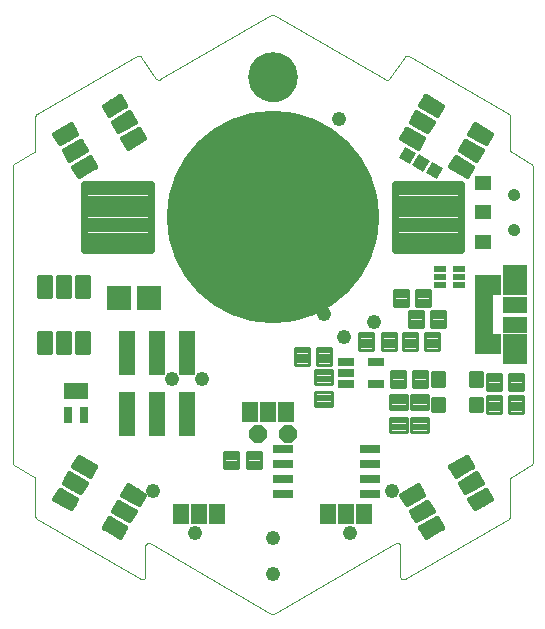
<source format=gbs>
G75*
%MOIN*%
%OFA0B0*%
%FSLAX24Y24*%
%IPPOS*%
%LPD*%
%AMOC8*
5,1,8,0,0,1.08239X$1,22.5*
%
%ADD10C,0.0000*%
%ADD11C,0.1655*%
%ADD12OC8,0.0600*%
%ADD13C,0.0114*%
%ADD14R,0.0552X0.0297*%
%ADD15R,0.0395X0.0237*%
%ADD16C,0.7087*%
%ADD17C,0.4017*%
%ADD18C,0.0247*%
%ADD19R,0.0789X0.0789*%
%ADD20R,0.0623X0.0257*%
%ADD21R,0.0907X0.0661*%
%ADD22R,0.0828X0.1015*%
%ADD23R,0.0828X0.0543*%
%ADD24R,0.0540X0.0710*%
%ADD25R,0.0690X0.0290*%
%ADD26C,0.0095*%
%ADD27R,0.0580X0.1482*%
%ADD28R,0.0260X0.0540*%
%ADD29C,0.0154*%
%ADD30R,0.0434X0.0434*%
%ADD31R,0.0552X0.0474*%
%ADD32C,0.0415*%
%ADD33C,0.0490*%
D10*
X000950Y003328D02*
X004410Y001330D01*
X004427Y001322D01*
X004446Y001318D01*
X004465Y001317D01*
X004484Y001320D01*
X004502Y001326D01*
X004518Y001336D01*
X004532Y001348D01*
X004544Y001363D01*
X004553Y001380D01*
X004558Y001398D01*
X004560Y001417D01*
X004560Y002431D01*
X004562Y002450D01*
X004567Y002468D01*
X004576Y002485D01*
X004588Y002500D01*
X004602Y002512D01*
X004618Y002522D01*
X004636Y002528D01*
X004655Y002531D01*
X004674Y002530D01*
X004693Y002525D01*
X004710Y002518D01*
X004710Y002517D02*
X008760Y000179D01*
X008760Y000178D02*
X008776Y000171D01*
X008793Y000167D01*
X008810Y000165D01*
X008827Y000167D01*
X008844Y000171D01*
X008860Y000178D01*
X008860Y000179D02*
X012911Y002517D01*
X012911Y002518D02*
X012928Y002526D01*
X012947Y002530D01*
X012966Y002531D01*
X012985Y002528D01*
X013003Y002522D01*
X013019Y002512D01*
X013033Y002500D01*
X013045Y002485D01*
X013054Y002468D01*
X013059Y002450D01*
X013061Y002431D01*
X013061Y001417D01*
X013063Y001398D01*
X013068Y001380D01*
X013077Y001363D01*
X013089Y001348D01*
X013103Y001336D01*
X013119Y001326D01*
X013137Y001320D01*
X013156Y001317D01*
X013175Y001318D01*
X013194Y001323D01*
X013211Y001330D01*
X016671Y003328D01*
X016721Y003415D02*
X016721Y004659D01*
X016723Y004676D01*
X016727Y004693D01*
X016734Y004709D01*
X016744Y004723D01*
X016757Y004736D01*
X016771Y004746D01*
X017421Y005121D01*
X017471Y005208D02*
X017471Y015092D01*
X017421Y015179D02*
X016771Y015554D01*
X016757Y015564D01*
X016744Y015577D01*
X016734Y015591D01*
X016727Y015607D01*
X016723Y015624D01*
X016721Y015641D01*
X016721Y016755D01*
X016671Y016842D02*
X013336Y018767D01*
X013336Y018768D02*
X013319Y018775D01*
X013301Y018780D01*
X013283Y018781D01*
X013264Y018779D01*
X013247Y018773D01*
X013230Y018764D01*
X013216Y018752D01*
X013204Y018738D01*
X012696Y018012D01*
X012696Y018013D02*
X012684Y017999D01*
X012670Y017987D01*
X012653Y017978D01*
X012636Y017972D01*
X012617Y017970D01*
X012599Y017971D01*
X012581Y017976D01*
X012564Y017983D01*
X008860Y020121D01*
X008760Y020121D02*
X005057Y017983D01*
X005040Y017976D01*
X005022Y017971D01*
X005004Y017970D01*
X004985Y017972D01*
X004968Y017978D01*
X004951Y017987D01*
X004937Y017999D01*
X004925Y018013D01*
X004925Y018012D02*
X004417Y018738D01*
X004405Y018752D01*
X004391Y018764D01*
X004374Y018773D01*
X004357Y018779D01*
X004338Y018781D01*
X004320Y018780D01*
X004302Y018775D01*
X004285Y018768D01*
X004285Y018767D02*
X000950Y016842D01*
X000936Y016832D01*
X000923Y016819D01*
X000913Y016805D01*
X000906Y016789D01*
X000902Y016772D01*
X000900Y016755D01*
X000900Y015641D01*
X000898Y015624D01*
X000894Y015607D01*
X000887Y015591D01*
X000877Y015577D01*
X000864Y015564D01*
X000850Y015554D01*
X000200Y015179D01*
X000186Y015169D01*
X000173Y015156D01*
X000163Y015142D01*
X000156Y015126D01*
X000152Y015109D01*
X000150Y015092D01*
X000150Y005208D01*
X000152Y005191D01*
X000156Y005174D01*
X000163Y005158D01*
X000173Y005144D01*
X000186Y005131D01*
X000200Y005121D01*
X000850Y004746D01*
X000900Y004659D02*
X000900Y003415D01*
X000902Y003398D01*
X000906Y003381D01*
X000913Y003365D01*
X000923Y003351D01*
X000936Y003338D01*
X000950Y003328D01*
X000900Y004659D02*
X000898Y004676D01*
X000894Y004693D01*
X000887Y004709D01*
X000877Y004723D01*
X000864Y004736D01*
X000850Y004746D01*
X008023Y018050D02*
X008025Y018106D01*
X008031Y018161D01*
X008041Y018215D01*
X008054Y018269D01*
X008072Y018322D01*
X008093Y018373D01*
X008117Y018423D01*
X008145Y018471D01*
X008177Y018517D01*
X008211Y018561D01*
X008249Y018602D01*
X008289Y018640D01*
X008332Y018675D01*
X008377Y018707D01*
X008425Y018736D01*
X008474Y018762D01*
X008525Y018784D01*
X008577Y018802D01*
X008631Y018816D01*
X008686Y018827D01*
X008741Y018834D01*
X008796Y018837D01*
X008852Y018836D01*
X008907Y018831D01*
X008962Y018822D01*
X009016Y018810D01*
X009069Y018793D01*
X009121Y018773D01*
X009171Y018749D01*
X009219Y018722D01*
X009266Y018692D01*
X009310Y018658D01*
X009352Y018621D01*
X009390Y018581D01*
X009427Y018539D01*
X009460Y018494D01*
X009489Y018448D01*
X009516Y018399D01*
X009538Y018348D01*
X009558Y018296D01*
X009573Y018242D01*
X009585Y018188D01*
X009593Y018133D01*
X009597Y018078D01*
X009597Y018022D01*
X009593Y017967D01*
X009585Y017912D01*
X009573Y017858D01*
X009558Y017804D01*
X009538Y017752D01*
X009516Y017701D01*
X009489Y017652D01*
X009460Y017606D01*
X009427Y017561D01*
X009390Y017519D01*
X009352Y017479D01*
X009310Y017442D01*
X009266Y017408D01*
X009219Y017378D01*
X009171Y017351D01*
X009121Y017327D01*
X009069Y017307D01*
X009016Y017290D01*
X008962Y017278D01*
X008907Y017269D01*
X008852Y017264D01*
X008796Y017263D01*
X008741Y017266D01*
X008686Y017273D01*
X008631Y017284D01*
X008577Y017298D01*
X008525Y017316D01*
X008474Y017338D01*
X008425Y017364D01*
X008377Y017393D01*
X008332Y017425D01*
X008289Y017460D01*
X008249Y017498D01*
X008211Y017539D01*
X008177Y017583D01*
X008145Y017629D01*
X008117Y017677D01*
X008093Y017727D01*
X008072Y017778D01*
X008054Y017831D01*
X008041Y017885D01*
X008031Y017939D01*
X008025Y017994D01*
X008023Y018050D01*
X008760Y020122D02*
X008776Y020129D01*
X008793Y020133D01*
X008810Y020135D01*
X008827Y020133D01*
X008844Y020129D01*
X008860Y020122D01*
X016671Y016842D02*
X016685Y016832D01*
X016698Y016819D01*
X016708Y016805D01*
X016715Y016789D01*
X016719Y016772D01*
X016721Y016755D01*
X017421Y015179D02*
X017435Y015169D01*
X017448Y015156D01*
X017458Y015142D01*
X017465Y015126D01*
X017469Y015109D01*
X017471Y015092D01*
X016683Y014141D02*
X016685Y014166D01*
X016691Y014191D01*
X016700Y014215D01*
X016713Y014237D01*
X016730Y014257D01*
X016749Y014274D01*
X016770Y014288D01*
X016794Y014298D01*
X016818Y014305D01*
X016844Y014308D01*
X016869Y014307D01*
X016894Y014302D01*
X016918Y014293D01*
X016941Y014281D01*
X016961Y014266D01*
X016979Y014247D01*
X016994Y014226D01*
X017005Y014203D01*
X017013Y014179D01*
X017017Y014154D01*
X017017Y014128D01*
X017013Y014103D01*
X017005Y014079D01*
X016994Y014056D01*
X016979Y014035D01*
X016961Y014016D01*
X016941Y014001D01*
X016918Y013989D01*
X016894Y013980D01*
X016869Y013975D01*
X016844Y013974D01*
X016818Y013977D01*
X016794Y013984D01*
X016770Y013994D01*
X016749Y014008D01*
X016730Y014025D01*
X016713Y014045D01*
X016700Y014067D01*
X016691Y014091D01*
X016685Y014116D01*
X016683Y014141D01*
X016683Y012959D02*
X016685Y012984D01*
X016691Y013009D01*
X016700Y013033D01*
X016713Y013055D01*
X016730Y013075D01*
X016749Y013092D01*
X016770Y013106D01*
X016794Y013116D01*
X016818Y013123D01*
X016844Y013126D01*
X016869Y013125D01*
X016894Y013120D01*
X016918Y013111D01*
X016941Y013099D01*
X016961Y013084D01*
X016979Y013065D01*
X016994Y013044D01*
X017005Y013021D01*
X017013Y012997D01*
X017017Y012972D01*
X017017Y012946D01*
X017013Y012921D01*
X017005Y012897D01*
X016994Y012874D01*
X016979Y012853D01*
X016961Y012834D01*
X016941Y012819D01*
X016918Y012807D01*
X016894Y012798D01*
X016869Y012793D01*
X016844Y012792D01*
X016818Y012795D01*
X016794Y012802D01*
X016770Y012812D01*
X016749Y012826D01*
X016730Y012843D01*
X016713Y012863D01*
X016700Y012885D01*
X016691Y012909D01*
X016685Y012934D01*
X016683Y012959D01*
X017471Y005208D02*
X017469Y005191D01*
X017465Y005174D01*
X017458Y005158D01*
X017448Y005144D01*
X017435Y005131D01*
X017421Y005121D01*
X016721Y003415D02*
X016719Y003398D01*
X016715Y003381D01*
X016708Y003365D01*
X016698Y003351D01*
X016685Y003338D01*
X016671Y003328D01*
D11*
X008810Y018050D03*
D12*
X008310Y006150D03*
X009310Y006150D03*
D13*
X008403Y005578D02*
X008403Y005022D01*
X007945Y005022D01*
X007945Y005578D01*
X008403Y005578D01*
X008403Y005135D02*
X007945Y005135D01*
X007945Y005248D02*
X008403Y005248D01*
X008403Y005361D02*
X007945Y005361D01*
X007945Y005474D02*
X008403Y005474D01*
X007655Y005578D02*
X007655Y005022D01*
X007197Y005022D01*
X007197Y005578D01*
X007655Y005578D01*
X007655Y005135D02*
X007197Y005135D01*
X007197Y005248D02*
X007655Y005248D01*
X007655Y005361D02*
X007197Y005361D01*
X007197Y005474D02*
X007655Y005474D01*
X010222Y007555D02*
X010778Y007555D01*
X010778Y007097D01*
X010222Y007097D01*
X010222Y007555D01*
X010222Y007210D02*
X010778Y007210D01*
X010778Y007323D02*
X010222Y007323D01*
X010222Y007436D02*
X010778Y007436D01*
X010778Y007549D02*
X010222Y007549D01*
X010222Y008303D02*
X010778Y008303D01*
X010778Y007845D01*
X010222Y007845D01*
X010222Y008303D01*
X010222Y007958D02*
X010778Y007958D01*
X010778Y008071D02*
X010222Y008071D01*
X010222Y008184D02*
X010778Y008184D01*
X010778Y008297D02*
X010222Y008297D01*
X010753Y008472D02*
X010753Y009028D01*
X010753Y008472D02*
X010295Y008472D01*
X010295Y009028D01*
X010753Y009028D01*
X010753Y008585D02*
X010295Y008585D01*
X010295Y008698D02*
X010753Y008698D01*
X010753Y008811D02*
X010295Y008811D01*
X010295Y008924D02*
X010753Y008924D01*
X010005Y009028D02*
X010005Y008472D01*
X009547Y008472D01*
X009547Y009028D01*
X010005Y009028D01*
X010005Y008585D02*
X009547Y008585D01*
X009547Y008698D02*
X010005Y008698D01*
X010005Y008811D02*
X009547Y008811D01*
X009547Y008924D02*
X010005Y008924D01*
X011697Y008972D02*
X011697Y009528D01*
X012155Y009528D01*
X012155Y008972D01*
X011697Y008972D01*
X011697Y009085D02*
X012155Y009085D01*
X012155Y009198D02*
X011697Y009198D01*
X011697Y009311D02*
X012155Y009311D01*
X012155Y009424D02*
X011697Y009424D01*
X012445Y009528D02*
X012445Y008972D01*
X012445Y009528D02*
X012903Y009528D01*
X012903Y008972D01*
X012445Y008972D01*
X012445Y009085D02*
X012903Y009085D01*
X012903Y009198D02*
X012445Y009198D01*
X012445Y009311D02*
X012903Y009311D01*
X012903Y009424D02*
X012445Y009424D01*
X013605Y009528D02*
X013605Y008972D01*
X013147Y008972D01*
X013147Y009528D01*
X013605Y009528D01*
X013605Y009085D02*
X013147Y009085D01*
X013147Y009198D02*
X013605Y009198D01*
X013605Y009311D02*
X013147Y009311D01*
X013147Y009424D02*
X013605Y009424D01*
X014353Y009528D02*
X014353Y008972D01*
X013895Y008972D01*
X013895Y009528D01*
X014353Y009528D01*
X014353Y009085D02*
X013895Y009085D01*
X013895Y009198D02*
X014353Y009198D01*
X014353Y009311D02*
X013895Y009311D01*
X013895Y009424D02*
X014353Y009424D01*
X014553Y009722D02*
X014553Y010278D01*
X014553Y009722D02*
X014095Y009722D01*
X014095Y010278D01*
X014553Y010278D01*
X014553Y009835D02*
X014095Y009835D01*
X014095Y009948D02*
X014553Y009948D01*
X014553Y010061D02*
X014095Y010061D01*
X014095Y010174D02*
X014553Y010174D01*
X014053Y010422D02*
X014053Y010978D01*
X014053Y010422D02*
X013595Y010422D01*
X013595Y010978D01*
X014053Y010978D01*
X014053Y010535D02*
X013595Y010535D01*
X013595Y010648D02*
X014053Y010648D01*
X014053Y010761D02*
X013595Y010761D01*
X013595Y010874D02*
X014053Y010874D01*
X013805Y010278D02*
X013805Y009722D01*
X013347Y009722D01*
X013347Y010278D01*
X013805Y010278D01*
X013805Y009835D02*
X013347Y009835D01*
X013347Y009948D02*
X013805Y009948D01*
X013805Y010061D02*
X013347Y010061D01*
X013347Y010174D02*
X013805Y010174D01*
X013305Y010422D02*
X013305Y010978D01*
X013305Y010422D02*
X012847Y010422D01*
X012847Y010978D01*
X013305Y010978D01*
X013305Y010535D02*
X012847Y010535D01*
X012847Y010648D02*
X013305Y010648D01*
X013305Y010761D02*
X012847Y010761D01*
X012847Y010874D02*
X013305Y010874D01*
X013205Y008278D02*
X013205Y007722D01*
X012747Y007722D01*
X012747Y008278D01*
X013205Y008278D01*
X013205Y007835D02*
X012747Y007835D01*
X012747Y007948D02*
X013205Y007948D01*
X013205Y008061D02*
X012747Y008061D01*
X012747Y008174D02*
X013205Y008174D01*
X013953Y008278D02*
X013953Y007722D01*
X013495Y007722D01*
X013495Y008278D01*
X013953Y008278D01*
X013953Y007835D02*
X013495Y007835D01*
X013495Y007948D02*
X013953Y007948D01*
X013953Y008061D02*
X013495Y008061D01*
X013495Y008174D02*
X013953Y008174D01*
X013978Y007453D02*
X013422Y007453D01*
X013978Y007453D02*
X013978Y006995D01*
X013422Y006995D01*
X013422Y007453D01*
X013422Y007108D02*
X013978Y007108D01*
X013978Y007221D02*
X013422Y007221D01*
X013422Y007334D02*
X013978Y007334D01*
X013978Y007447D02*
X013422Y007447D01*
X013278Y007453D02*
X012722Y007453D01*
X013278Y007453D02*
X013278Y006995D01*
X012722Y006995D01*
X012722Y007453D01*
X012722Y007108D02*
X013278Y007108D01*
X013278Y007221D02*
X012722Y007221D01*
X012722Y007334D02*
X013278Y007334D01*
X013278Y007447D02*
X012722Y007447D01*
X012722Y006705D02*
X013278Y006705D01*
X013278Y006247D01*
X012722Y006247D01*
X012722Y006705D01*
X012722Y006360D02*
X013278Y006360D01*
X013278Y006473D02*
X012722Y006473D01*
X012722Y006586D02*
X013278Y006586D01*
X013278Y006699D02*
X012722Y006699D01*
X013422Y006705D02*
X013978Y006705D01*
X013978Y006247D01*
X013422Y006247D01*
X013422Y006705D01*
X013422Y006360D02*
X013978Y006360D01*
X013978Y006473D02*
X013422Y006473D01*
X013422Y006586D02*
X013978Y006586D01*
X013978Y006699D02*
X013422Y006699D01*
X016405Y006872D02*
X016405Y007428D01*
X016405Y006872D02*
X015947Y006872D01*
X015947Y007428D01*
X016405Y007428D01*
X016405Y006985D02*
X015947Y006985D01*
X015947Y007098D02*
X016405Y007098D01*
X016405Y007211D02*
X015947Y007211D01*
X015947Y007324D02*
X016405Y007324D01*
X015947Y007622D02*
X015947Y008178D01*
X016405Y008178D01*
X016405Y007622D01*
X015947Y007622D01*
X015947Y007735D02*
X016405Y007735D01*
X016405Y007848D02*
X015947Y007848D01*
X015947Y007961D02*
X016405Y007961D01*
X016405Y008074D02*
X015947Y008074D01*
X016695Y008178D02*
X016695Y007622D01*
X016695Y008178D02*
X017153Y008178D01*
X017153Y007622D01*
X016695Y007622D01*
X016695Y007735D02*
X017153Y007735D01*
X017153Y007848D02*
X016695Y007848D01*
X016695Y007961D02*
X017153Y007961D01*
X017153Y008074D02*
X016695Y008074D01*
X017153Y007428D02*
X017153Y006872D01*
X016695Y006872D01*
X016695Y007428D01*
X017153Y007428D01*
X017153Y006985D02*
X016695Y006985D01*
X016695Y007098D02*
X017153Y007098D01*
X017153Y007211D02*
X016695Y007211D01*
X016695Y007324D02*
X017153Y007324D01*
D14*
X012262Y007826D03*
X012262Y008574D03*
X011238Y008574D03*
X011238Y008200D03*
X011238Y007826D03*
D15*
X014385Y011144D03*
X014385Y011400D03*
X014385Y011656D03*
X015015Y011656D03*
X015015Y011400D03*
X015015Y011144D03*
D16*
X008810Y013400D03*
D17*
X008810Y013400D03*
D18*
X004751Y014512D02*
X002527Y014512D01*
X004751Y014512D02*
X004751Y012288D01*
X002527Y012288D01*
X002527Y014512D01*
X002527Y012534D02*
X004751Y012534D01*
X004751Y012780D02*
X002527Y012780D01*
X002527Y013026D02*
X004751Y013026D01*
X004751Y013272D02*
X002527Y013272D01*
X002527Y013518D02*
X004751Y013518D01*
X004751Y013764D02*
X002527Y013764D01*
X002527Y014010D02*
X004751Y014010D01*
X004751Y014256D02*
X002527Y014256D01*
X002527Y014502D02*
X004751Y014502D01*
X012870Y014512D02*
X015094Y014512D01*
X015094Y012288D01*
X012870Y012288D01*
X012870Y014512D01*
X012870Y012534D02*
X015094Y012534D01*
X015094Y012780D02*
X012870Y012780D01*
X012870Y013026D02*
X015094Y013026D01*
X015094Y013272D02*
X012870Y013272D01*
X012870Y013518D02*
X015094Y013518D01*
X015094Y013764D02*
X012870Y013764D01*
X012870Y014010D02*
X015094Y014010D01*
X015094Y014256D02*
X012870Y014256D01*
X012870Y014502D02*
X015094Y014502D01*
D19*
X004700Y010700D03*
X003700Y010700D03*
D20*
X015850Y010662D03*
X015850Y010406D03*
X015850Y010150D03*
X015850Y009894D03*
X015850Y009638D03*
D21*
X015992Y009181D03*
X015992Y011119D03*
D22*
X016897Y011297D03*
X016897Y009003D03*
D23*
X016897Y009815D03*
X016897Y010473D03*
D24*
X011850Y003500D03*
X011250Y003500D03*
X010650Y003500D03*
X009250Y006900D03*
X008650Y006900D03*
X008050Y006900D03*
X006950Y003500D03*
X006350Y003500D03*
X005750Y003500D03*
D25*
X009140Y004150D03*
X009140Y004650D03*
X009140Y005150D03*
X009140Y005650D03*
X012060Y005650D03*
X012060Y005150D03*
X012060Y004650D03*
X012060Y004150D03*
D26*
X014130Y006921D02*
X014130Y007379D01*
X014510Y007379D01*
X014510Y006921D01*
X014130Y006921D01*
X014130Y007015D02*
X014510Y007015D01*
X014510Y007109D02*
X014130Y007109D01*
X014130Y007203D02*
X014510Y007203D01*
X014510Y007297D02*
X014130Y007297D01*
X014130Y007771D02*
X014130Y008229D01*
X014510Y008229D01*
X014510Y007771D01*
X014130Y007771D01*
X014130Y007865D02*
X014510Y007865D01*
X014510Y007959D02*
X014130Y007959D01*
X014130Y008053D02*
X014510Y008053D01*
X014510Y008147D02*
X014130Y008147D01*
X015390Y008229D02*
X015390Y007771D01*
X015390Y008229D02*
X015770Y008229D01*
X015770Y007771D01*
X015390Y007771D01*
X015390Y007865D02*
X015770Y007865D01*
X015770Y007959D02*
X015390Y007959D01*
X015390Y008053D02*
X015770Y008053D01*
X015770Y008147D02*
X015390Y008147D01*
X015390Y007379D02*
X015390Y006921D01*
X015390Y007379D02*
X015770Y007379D01*
X015770Y006921D01*
X015390Y006921D01*
X015390Y007015D02*
X015770Y007015D01*
X015770Y007109D02*
X015390Y007109D01*
X015390Y007203D02*
X015770Y007203D01*
X015770Y007297D02*
X015390Y007297D01*
D27*
X005950Y006824D03*
X004950Y006824D03*
X003950Y006824D03*
X003950Y008876D03*
X004950Y008876D03*
X005950Y008876D03*
D28*
X002510Y007610D03*
X002250Y007610D03*
X001990Y007610D03*
X001990Y006790D03*
X002510Y006790D03*
D29*
X002342Y005401D02*
X002891Y005085D01*
X002712Y004775D01*
X002163Y005091D01*
X002342Y005401D01*
X002446Y004928D02*
X002800Y004928D01*
X002889Y005081D02*
X002180Y005081D01*
X002246Y005234D02*
X002632Y005234D01*
X002366Y005387D02*
X002334Y005387D01*
X002027Y004855D02*
X002576Y004539D01*
X002397Y004229D01*
X001848Y004545D01*
X002027Y004855D01*
X002131Y004382D02*
X002485Y004382D01*
X002574Y004535D02*
X001865Y004535D01*
X001931Y004688D02*
X002317Y004688D01*
X002051Y004841D02*
X002019Y004841D01*
X001712Y004310D02*
X002261Y003994D01*
X002082Y003684D01*
X001533Y004000D01*
X001712Y004310D01*
X001816Y003837D02*
X002170Y003837D01*
X002259Y003990D02*
X001550Y003990D01*
X001616Y004143D02*
X002002Y004143D01*
X001736Y004296D02*
X001704Y004296D01*
X003348Y003365D02*
X003897Y003049D01*
X003718Y002739D01*
X003169Y003055D01*
X003348Y003365D01*
X003452Y002892D02*
X003806Y002892D01*
X003895Y003045D02*
X003186Y003045D01*
X003252Y003198D02*
X003638Y003198D01*
X003372Y003351D02*
X003340Y003351D01*
X003663Y003911D02*
X004212Y003595D01*
X004033Y003285D01*
X003484Y003601D01*
X003663Y003911D01*
X003767Y003438D02*
X004121Y003438D01*
X004210Y003591D02*
X003501Y003591D01*
X003567Y003744D02*
X003953Y003744D01*
X003687Y003897D02*
X003655Y003897D01*
X003978Y004456D02*
X004527Y004140D01*
X004348Y003830D01*
X003799Y004146D01*
X003978Y004456D01*
X004082Y003983D02*
X004436Y003983D01*
X004525Y004136D02*
X003816Y004136D01*
X003882Y004289D02*
X004268Y004289D01*
X004002Y004442D02*
X003970Y004442D01*
X002639Y008888D02*
X002639Y009522D01*
X002639Y008888D02*
X002281Y008888D01*
X002281Y009522D01*
X002639Y009522D01*
X002639Y009041D02*
X002281Y009041D01*
X002281Y009194D02*
X002639Y009194D01*
X002639Y009347D02*
X002281Y009347D01*
X002281Y009500D02*
X002639Y009500D01*
X002009Y009522D02*
X002009Y008888D01*
X001651Y008888D01*
X001651Y009522D01*
X002009Y009522D01*
X002009Y009041D02*
X001651Y009041D01*
X001651Y009194D02*
X002009Y009194D01*
X002009Y009347D02*
X001651Y009347D01*
X001651Y009500D02*
X002009Y009500D01*
X001379Y009522D02*
X001379Y008888D01*
X001021Y008888D01*
X001021Y009522D01*
X001379Y009522D01*
X001379Y009041D02*
X001021Y009041D01*
X001021Y009194D02*
X001379Y009194D01*
X001379Y009347D02*
X001021Y009347D01*
X001021Y009500D02*
X001379Y009500D01*
X001379Y010778D02*
X001379Y011412D01*
X001379Y010778D02*
X001021Y010778D01*
X001021Y011412D01*
X001379Y011412D01*
X001379Y010931D02*
X001021Y010931D01*
X001021Y011084D02*
X001379Y011084D01*
X001379Y011237D02*
X001021Y011237D01*
X001021Y011390D02*
X001379Y011390D01*
X002009Y011412D02*
X002009Y010778D01*
X001651Y010778D01*
X001651Y011412D01*
X002009Y011412D01*
X002009Y010931D02*
X001651Y010931D01*
X001651Y011084D02*
X002009Y011084D01*
X002009Y011237D02*
X001651Y011237D01*
X001651Y011390D02*
X002009Y011390D01*
X002639Y011412D02*
X002639Y010778D01*
X002281Y010778D01*
X002281Y011412D01*
X002639Y011412D01*
X002639Y010931D02*
X002281Y010931D01*
X002281Y011084D02*
X002639Y011084D01*
X002639Y011237D02*
X002281Y011237D01*
X002281Y011390D02*
X002639Y011390D01*
X002342Y014769D02*
X002891Y015085D01*
X002342Y014769D02*
X002163Y015079D01*
X002712Y015395D01*
X002891Y015085D01*
X002608Y014922D02*
X002254Y014922D01*
X002165Y015075D02*
X002874Y015075D01*
X002808Y015228D02*
X002422Y015228D01*
X002688Y015381D02*
X002720Y015381D01*
X002576Y015631D02*
X002027Y015315D01*
X001848Y015625D01*
X002397Y015941D01*
X002576Y015631D01*
X002293Y015468D02*
X001939Y015468D01*
X001850Y015621D02*
X002559Y015621D01*
X002493Y015774D02*
X002107Y015774D01*
X002373Y015927D02*
X002405Y015927D01*
X002261Y016176D02*
X001712Y015860D01*
X001533Y016170D01*
X002082Y016486D01*
X002261Y016176D01*
X001978Y016013D02*
X001624Y016013D01*
X001535Y016166D02*
X002244Y016166D01*
X002178Y016319D02*
X001792Y016319D01*
X002058Y016472D02*
X002090Y016472D01*
X003348Y016805D02*
X003897Y017121D01*
X003348Y016805D02*
X003169Y017115D01*
X003718Y017431D01*
X003897Y017121D01*
X003614Y016958D02*
X003260Y016958D01*
X003171Y017111D02*
X003880Y017111D01*
X003814Y017264D02*
X003428Y017264D01*
X003694Y017417D02*
X003726Y017417D01*
X004212Y016575D02*
X003663Y016259D01*
X003484Y016569D01*
X004033Y016885D01*
X004212Y016575D01*
X003929Y016412D02*
X003575Y016412D01*
X003486Y016565D02*
X004195Y016565D01*
X004129Y016718D02*
X003743Y016718D01*
X004009Y016871D02*
X004041Y016871D01*
X004527Y016030D02*
X003978Y015714D01*
X003799Y016024D01*
X004348Y016340D01*
X004527Y016030D01*
X004244Y015867D02*
X003890Y015867D01*
X003801Y016020D02*
X004510Y016020D01*
X004444Y016173D02*
X004058Y016173D01*
X004324Y016326D02*
X004356Y016326D01*
X013093Y016030D02*
X013642Y015714D01*
X013093Y016030D02*
X013272Y016340D01*
X013821Y016024D01*
X013642Y015714D01*
X013730Y015867D02*
X013376Y015867D01*
X013110Y016020D02*
X013819Y016020D01*
X013562Y016173D02*
X013176Y016173D01*
X013264Y016326D02*
X013296Y016326D01*
X013408Y016575D02*
X013957Y016259D01*
X013408Y016575D02*
X013587Y016885D01*
X014136Y016569D01*
X013957Y016259D01*
X014045Y016412D02*
X013691Y016412D01*
X013425Y016565D02*
X014134Y016565D01*
X013877Y016718D02*
X013491Y016718D01*
X013579Y016871D02*
X013611Y016871D01*
X013723Y017121D02*
X014272Y016805D01*
X013723Y017121D02*
X013902Y017431D01*
X014451Y017115D01*
X014272Y016805D01*
X014360Y016958D02*
X014006Y016958D01*
X013740Y017111D02*
X014449Y017111D01*
X014192Y017264D02*
X013806Y017264D01*
X013894Y017417D02*
X013926Y017417D01*
X015044Y015631D02*
X015593Y015315D01*
X015044Y015631D02*
X015223Y015941D01*
X015772Y015625D01*
X015593Y015315D01*
X015681Y015468D02*
X015327Y015468D01*
X015061Y015621D02*
X015770Y015621D01*
X015513Y015774D02*
X015127Y015774D01*
X015215Y015927D02*
X015247Y015927D01*
X015359Y016176D02*
X015908Y015860D01*
X015359Y016176D02*
X015538Y016486D01*
X016087Y016170D01*
X015908Y015860D01*
X015996Y016013D02*
X015642Y016013D01*
X015376Y016166D02*
X016085Y016166D01*
X015828Y016319D02*
X015442Y016319D01*
X015530Y016472D02*
X015562Y016472D01*
X014729Y015085D02*
X015278Y014769D01*
X014729Y015085D02*
X014908Y015395D01*
X015457Y015079D01*
X015278Y014769D01*
X015366Y014922D02*
X015012Y014922D01*
X014746Y015075D02*
X015455Y015075D01*
X015198Y015228D02*
X014812Y015228D01*
X014900Y015381D02*
X014932Y015381D01*
X015457Y005091D02*
X014908Y004775D01*
X014729Y005085D01*
X015278Y005401D01*
X015457Y005091D01*
X015174Y004928D02*
X014820Y004928D01*
X014731Y005081D02*
X015440Y005081D01*
X015374Y005234D02*
X014988Y005234D01*
X015254Y005387D02*
X015286Y005387D01*
X015772Y004545D02*
X015223Y004229D01*
X015044Y004539D01*
X015593Y004855D01*
X015772Y004545D01*
X015489Y004382D02*
X015135Y004382D01*
X015046Y004535D02*
X015755Y004535D01*
X015689Y004688D02*
X015303Y004688D01*
X015569Y004841D02*
X015601Y004841D01*
X016087Y004000D02*
X015538Y003684D01*
X015359Y003994D01*
X015908Y004310D01*
X016087Y004000D01*
X015804Y003837D02*
X015450Y003837D01*
X015361Y003990D02*
X016070Y003990D01*
X016004Y004143D02*
X015618Y004143D01*
X015884Y004296D02*
X015916Y004296D01*
X014451Y003055D02*
X013902Y002739D01*
X013723Y003049D01*
X014272Y003365D01*
X014451Y003055D01*
X014168Y002892D02*
X013814Y002892D01*
X013725Y003045D02*
X014434Y003045D01*
X014368Y003198D02*
X013982Y003198D01*
X014248Y003351D02*
X014280Y003351D01*
X014136Y003601D02*
X013587Y003285D01*
X013408Y003595D01*
X013957Y003911D01*
X014136Y003601D01*
X013853Y003438D02*
X013499Y003438D01*
X013410Y003591D02*
X014119Y003591D01*
X014053Y003744D02*
X013667Y003744D01*
X013933Y003897D02*
X013965Y003897D01*
X013821Y004146D02*
X013272Y003830D01*
X013093Y004140D01*
X013642Y004456D01*
X013821Y004146D01*
X013538Y003983D02*
X013184Y003983D01*
X013095Y004136D02*
X013804Y004136D01*
X013738Y004289D02*
X013352Y004289D01*
X013618Y004442D02*
X013650Y004442D01*
D30*
G36*
X014121Y015246D02*
X014496Y015029D01*
X014279Y014654D01*
X013904Y014871D01*
X014121Y015246D01*
G37*
G36*
X013671Y015496D02*
X014046Y015279D01*
X013829Y014904D01*
X013454Y015121D01*
X013671Y015496D01*
G37*
G36*
X013221Y015746D02*
X013596Y015529D01*
X013379Y015154D01*
X013004Y015371D01*
X013221Y015746D01*
G37*
D31*
X015826Y014534D03*
X015826Y013550D03*
X015826Y012566D03*
D32*
X016850Y012959D03*
X016850Y014141D03*
D33*
X012170Y009900D03*
X011170Y009400D03*
X010530Y010150D03*
X011030Y011150D03*
X011010Y015650D03*
X011010Y016650D03*
X006450Y008000D03*
X005450Y008000D03*
X004820Y004270D03*
X006220Y002870D03*
X008810Y002695D03*
X008810Y001495D03*
X011400Y002870D03*
X012800Y004270D03*
M02*

</source>
